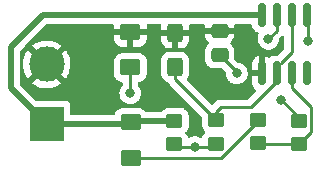
<source format=gbr>
%TF.GenerationSoftware,KiCad,Pcbnew,(6.0.10)*%
%TF.CreationDate,2023-02-16T14:22:03-08:00*%
%TF.ProjectId,Exercise 2,45786572-6369-4736-9520-322e6b696361,rev?*%
%TF.SameCoordinates,Original*%
%TF.FileFunction,Copper,L1,Top*%
%TF.FilePolarity,Positive*%
%FSLAX46Y46*%
G04 Gerber Fmt 4.6, Leading zero omitted, Abs format (unit mm)*
G04 Created by KiCad (PCBNEW (6.0.10)) date 2023-02-16 14:22:03*
%MOMM*%
%LPD*%
G01*
G04 APERTURE LIST*
G04 Aperture macros list*
%AMRoundRect*
0 Rectangle with rounded corners*
0 $1 Rounding radius*
0 $2 $3 $4 $5 $6 $7 $8 $9 X,Y pos of 4 corners*
0 Add a 4 corners polygon primitive as box body*
4,1,4,$2,$3,$4,$5,$6,$7,$8,$9,$2,$3,0*
0 Add four circle primitives for the rounded corners*
1,1,$1+$1,$2,$3*
1,1,$1+$1,$4,$5*
1,1,$1+$1,$6,$7*
1,1,$1+$1,$8,$9*
0 Add four rect primitives between the rounded corners*
20,1,$1+$1,$2,$3,$4,$5,0*
20,1,$1+$1,$4,$5,$6,$7,0*
20,1,$1+$1,$6,$7,$8,$9,0*
20,1,$1+$1,$8,$9,$2,$3,0*%
G04 Aperture macros list end*
%TA.AperFunction,SMDPad,CuDef*%
%ADD10RoundRect,0.250001X0.624999X-0.462499X0.624999X0.462499X-0.624999X0.462499X-0.624999X-0.462499X0*%
%TD*%
%TA.AperFunction,SMDPad,CuDef*%
%ADD11RoundRect,0.250000X-0.450000X0.350000X-0.450000X-0.350000X0.450000X-0.350000X0.450000X0.350000X0*%
%TD*%
%TA.AperFunction,SMDPad,CuDef*%
%ADD12RoundRect,0.250001X-0.624999X0.462499X-0.624999X-0.462499X0.624999X-0.462499X0.624999X0.462499X0*%
%TD*%
%TA.AperFunction,SMDPad,CuDef*%
%ADD13RoundRect,0.250000X0.475000X-0.337500X0.475000X0.337500X-0.475000X0.337500X-0.475000X-0.337500X0*%
%TD*%
%TA.AperFunction,SMDPad,CuDef*%
%ADD14RoundRect,0.150000X0.150000X-0.825000X0.150000X0.825000X-0.150000X0.825000X-0.150000X-0.825000X0*%
%TD*%
%TA.AperFunction,SMDPad,CuDef*%
%ADD15RoundRect,0.250000X0.450000X-0.350000X0.450000X0.350000X-0.450000X0.350000X-0.450000X-0.350000X0*%
%TD*%
%TA.AperFunction,SMDPad,CuDef*%
%ADD16RoundRect,0.250000X0.425000X-0.537500X0.425000X0.537500X-0.425000X0.537500X-0.425000X-0.537500X0*%
%TD*%
%TA.AperFunction,ComponentPad*%
%ADD17R,3.000000X3.000000*%
%TD*%
%TA.AperFunction,ComponentPad*%
%ADD18C,3.000000*%
%TD*%
%TA.AperFunction,ViaPad*%
%ADD19C,0.800000*%
%TD*%
%TA.AperFunction,Conductor*%
%ADD20C,0.250000*%
%TD*%
%TA.AperFunction,Conductor*%
%ADD21C,0.500000*%
%TD*%
G04 APERTURE END LIST*
D10*
%TO.P,D1,1,K*%
%TO.N,Net-(D1-Pad1)*%
X190507363Y-85535093D03*
%TO.P,D1,2,A*%
%TO.N,+9V*%
X190507363Y-82560093D03*
%TD*%
D11*
%TO.P,R3,1*%
%TO.N,Net-(D1-Pad1)*%
X201263703Y-82344649D03*
%TO.P,R3,2*%
%TO.N,/pin_3*%
X201263703Y-84344649D03*
%TD*%
D12*
%TO.P,D2,1,K*%
%TO.N,GND*%
X190479835Y-74934655D03*
%TO.P,D2,2,A*%
%TO.N,Net-(D2-Pad2)*%
X190479835Y-77909655D03*
%TD*%
D13*
%TO.P,C2,1*%
%TO.N,Net-(C2-Pad1)*%
X198042851Y-76866826D03*
%TO.P,C2,2*%
%TO.N,GND*%
X198042851Y-74791826D03*
%TD*%
D14*
%TO.P,U1,1,GND*%
%TO.N,GND*%
X201588524Y-78414441D03*
%TO.P,U1,2,TR*%
%TO.N,/pin_2*%
X202858524Y-78414441D03*
%TO.P,U1,3,Q*%
%TO.N,/pin_3*%
X204128524Y-78414441D03*
%TO.P,U1,4,R*%
%TO.N,/9V*%
X205398524Y-78414441D03*
%TO.P,U1,5,CV*%
%TO.N,Net-(C2-Pad1)*%
X205398524Y-73464441D03*
%TO.P,U1,6,THR*%
%TO.N,/pin_2*%
X204128524Y-73464441D03*
%TO.P,U1,7,DIS*%
%TO.N,Net-(R1-Pad2)*%
X202858524Y-73464441D03*
%TO.P,U1,8,VCC*%
%TO.N,+9V*%
X201588524Y-73464441D03*
%TD*%
D15*
%TO.P,R4,1*%
%TO.N,/pin_3*%
X204732314Y-84427235D03*
%TO.P,R4,2*%
%TO.N,Net-(D2-Pad2)*%
X204732314Y-82427235D03*
%TD*%
D11*
%TO.P,R1,1*%
%TO.N,+9V*%
X194216368Y-82427235D03*
%TO.P,R1,2*%
%TO.N,Net-(R1-Pad2)*%
X194216368Y-84427235D03*
%TD*%
D15*
%TO.P,R2,1*%
%TO.N,Net-(R1-Pad2)*%
X197740036Y-84372177D03*
%TO.P,R2,2*%
%TO.N,/pin_2*%
X197740036Y-82372177D03*
%TD*%
D16*
%TO.P,C1,1*%
%TO.N,/pin_2*%
X194278790Y-77872547D03*
%TO.P,C1,2*%
%TO.N,GND*%
X194278790Y-74997547D03*
%TD*%
D17*
%TO.P,J1,1,Pin_1*%
%TO.N,+9V*%
X183397607Y-82726217D03*
D18*
%TO.P,J1,2,Pin_2*%
%TO.N,GND*%
X183397607Y-77646217D03*
%TD*%
D19*
%TO.N,Net-(C2-Pad1)*%
X199501330Y-78403381D03*
X205484683Y-75680797D03*
%TO.N,Net-(D2-Pad2)*%
X203266848Y-80660230D03*
X190470555Y-80093605D03*
%TO.N,Net-(R1-Pad2)*%
X202160598Y-75490849D03*
X195955640Y-84639998D03*
%TD*%
D20*
%TO.N,/pin_2*%
X197740036Y-82372177D02*
X197740036Y-81659964D01*
X202858524Y-79081476D02*
X202858524Y-78414441D01*
X198120000Y-81280000D02*
X200660000Y-81280000D01*
X204128524Y-73464441D02*
X204128524Y-76610914D01*
X197740036Y-82372177D02*
X194278790Y-78910931D01*
X200660000Y-81280000D02*
X202858524Y-79081476D01*
X197740036Y-81659964D02*
X198120000Y-81280000D01*
X204128524Y-76610914D02*
X203199999Y-77539439D01*
X194278790Y-78910931D02*
X194278790Y-77872547D01*
%TO.N,GND*%
X197837130Y-74997547D02*
X198042851Y-74791826D01*
X190479835Y-74934655D02*
X190542727Y-74997547D01*
X201588524Y-78337499D02*
X201588524Y-78414441D01*
%TO.N,Net-(C2-Pad1)*%
X205484683Y-75680797D02*
X205484683Y-73550600D01*
X199501330Y-78403381D02*
X199501330Y-78325305D01*
X199501330Y-78325305D02*
X198042851Y-76866826D01*
X205484683Y-73550600D02*
X205398524Y-73464441D01*
%TO.N,Net-(D1-Pad1)*%
X198190293Y-85535093D02*
X190507363Y-85535093D01*
X201263703Y-82461683D02*
X198190293Y-85535093D01*
X201263703Y-82344649D02*
X201263703Y-82461683D01*
%TO.N,+9V*%
X190640221Y-82427235D02*
X190507363Y-82560093D01*
D21*
X180340000Y-76200000D02*
X180340000Y-79668610D01*
D20*
X190507363Y-82560093D02*
X190341239Y-82726217D01*
D21*
X194216368Y-82427235D02*
X190640221Y-82427235D01*
X201588524Y-73464441D02*
X183075559Y-73464441D01*
X190341239Y-82726217D02*
X183397607Y-82726217D01*
X183075559Y-73464441D02*
X180340000Y-76200000D01*
X180340000Y-79668610D02*
X183397607Y-82726217D01*
D20*
%TO.N,Net-(D2-Pad2)*%
X204732314Y-82125696D02*
X203266848Y-80660230D01*
X190470555Y-80093605D02*
X190470555Y-77918935D01*
X204732314Y-82427235D02*
X204732314Y-82125696D01*
X190470555Y-77918935D02*
X190479835Y-77909655D01*
%TO.N,Net-(R1-Pad2)*%
X197472215Y-84639998D02*
X197740036Y-84372177D01*
X202858524Y-74792923D02*
X202858524Y-73464441D01*
X202160598Y-75490849D02*
X202858524Y-74792923D01*
X194429131Y-84639998D02*
X194216368Y-84427235D01*
X195955640Y-84639998D02*
X197472215Y-84639998D01*
X195955640Y-84639998D02*
X194429131Y-84639998D01*
%TO.N,/pin_3*%
X201346289Y-84427235D02*
X204732314Y-84427235D01*
X201263703Y-84344649D02*
X201346289Y-84427235D01*
X204128524Y-78414441D02*
X204128524Y-79668524D01*
X205757314Y-81297314D02*
X205757314Y-83402235D01*
X204128524Y-79668524D02*
X205757314Y-81297314D01*
X205757314Y-83402235D02*
X204732314Y-84427235D01*
%TD*%
%TA.AperFunction,Conductor*%
%TO.N,GND*%
G36*
X189045760Y-74242943D02*
G01*
X189092253Y-74296599D01*
X189102983Y-74361782D01*
X189097163Y-74418591D01*
X189096835Y-74425011D01*
X189096835Y-74662540D01*
X189101310Y-74677779D01*
X189102700Y-74678984D01*
X189110383Y-74680655D01*
X191844720Y-74680655D01*
X191859959Y-74676180D01*
X191861164Y-74674790D01*
X191862835Y-74667107D01*
X191862835Y-74425059D01*
X191862498Y-74418544D01*
X191856625Y-74361946D01*
X191869489Y-74292124D01*
X191918060Y-74240342D01*
X191981952Y-74222941D01*
X192975354Y-74222941D01*
X193043475Y-74242943D01*
X193089968Y-74296599D01*
X193100698Y-74361784D01*
X193096118Y-74406487D01*
X193095790Y-74412902D01*
X193095790Y-74725432D01*
X193100265Y-74740671D01*
X193101655Y-74741876D01*
X193109338Y-74743547D01*
X195443674Y-74743547D01*
X195458913Y-74739072D01*
X195460118Y-74737682D01*
X195461789Y-74729999D01*
X195461789Y-74412952D01*
X195461451Y-74406431D01*
X195456836Y-74361943D01*
X195469701Y-74292122D01*
X195518273Y-74240341D01*
X195582163Y-74222941D01*
X196688829Y-74222941D01*
X196756950Y-74242943D01*
X196803443Y-74296599D01*
X196814173Y-74361784D01*
X196810179Y-74400766D01*
X196809851Y-74407181D01*
X196809851Y-74519711D01*
X196814326Y-74534950D01*
X196815716Y-74536155D01*
X196823399Y-74537826D01*
X199257735Y-74537826D01*
X199272974Y-74533351D01*
X199274179Y-74531961D01*
X199275850Y-74524278D01*
X199275850Y-74407231D01*
X199275513Y-74400714D01*
X199271490Y-74361945D01*
X199284355Y-74292124D01*
X199332925Y-74240341D01*
X199396817Y-74222941D01*
X200654024Y-74222941D01*
X200722145Y-74242943D01*
X200768638Y-74296599D01*
X200780024Y-74348941D01*
X200780024Y-74355943D01*
X200780217Y-74358391D01*
X200780217Y-74358399D01*
X200780484Y-74361784D01*
X200782962Y-74393272D01*
X200788665Y-74412902D01*
X200819696Y-74519711D01*
X200829379Y-74553042D01*
X200833416Y-74559868D01*
X200910033Y-74689421D01*
X200910035Y-74689424D01*
X200914071Y-74696248D01*
X201031717Y-74813894D01*
X201038541Y-74817930D01*
X201038544Y-74817932D01*
X201131580Y-74872953D01*
X201174923Y-74898586D01*
X201259169Y-74923061D01*
X201319004Y-74961273D01*
X201348682Y-75025769D01*
X201338779Y-75096072D01*
X201333141Y-75107048D01*
X201326071Y-75119293D01*
X201267056Y-75300921D01*
X201266366Y-75307482D01*
X201266366Y-75307484D01*
X201265521Y-75315526D01*
X201247094Y-75490849D01*
X201247784Y-75497414D01*
X201263514Y-75647073D01*
X201267056Y-75680777D01*
X201326071Y-75862405D01*
X201329374Y-75868127D01*
X201329375Y-75868128D01*
X201333530Y-75875325D01*
X201421558Y-76027793D01*
X201425976Y-76032700D01*
X201425977Y-76032701D01*
X201535932Y-76154818D01*
X201549345Y-76169715D01*
X201703846Y-76281967D01*
X201709874Y-76284651D01*
X201709876Y-76284652D01*
X201872279Y-76356958D01*
X201878310Y-76359643D01*
X201948042Y-76374465D01*
X202058654Y-76397977D01*
X202058659Y-76397977D01*
X202065111Y-76399349D01*
X202256085Y-76399349D01*
X202262537Y-76397977D01*
X202262542Y-76397977D01*
X202373154Y-76374465D01*
X202442886Y-76359643D01*
X202448917Y-76356958D01*
X202611320Y-76284652D01*
X202611322Y-76284651D01*
X202617350Y-76281967D01*
X202771851Y-76169715D01*
X202785264Y-76154818D01*
X202895219Y-76032701D01*
X202895220Y-76032700D01*
X202899638Y-76027793D01*
X202987666Y-75875325D01*
X202991821Y-75868128D01*
X202991822Y-75868127D01*
X202995125Y-75862405D01*
X203054140Y-75680777D01*
X203057683Y-75647073D01*
X203064507Y-75582142D01*
X203071505Y-75515555D01*
X203098518Y-75449899D01*
X203107720Y-75439631D01*
X203250771Y-75296580D01*
X203259061Y-75289036D01*
X203265542Y-75284923D01*
X203271544Y-75278532D01*
X203277173Y-75272537D01*
X203338386Y-75236571D01*
X203409326Y-75239408D01*
X203467470Y-75280148D01*
X203494359Y-75345856D01*
X203495024Y-75358789D01*
X203495024Y-76296319D01*
X203475022Y-76364440D01*
X203458119Y-76385415D01*
X202949496Y-76894037D01*
X202887184Y-76928062D01*
X202860401Y-76930941D01*
X202642022Y-76930941D01*
X202639574Y-76931134D01*
X202639566Y-76931134D01*
X202611103Y-76933374D01*
X202611098Y-76933375D01*
X202604693Y-76933879D01*
X202540382Y-76952563D01*
X202452536Y-76978084D01*
X202452534Y-76978085D01*
X202444923Y-76980296D01*
X202301717Y-77064988D01*
X202298777Y-77067928D01*
X202234253Y-77093262D01*
X202164630Y-77079361D01*
X202145884Y-77067312D01*
X202138201Y-77061352D01*
X202008745Y-76984793D01*
X201994314Y-76978548D01*
X201859919Y-76939502D01*
X201845818Y-76939542D01*
X201842524Y-76946811D01*
X201842524Y-78542441D01*
X201822522Y-78610562D01*
X201768866Y-78657055D01*
X201716524Y-78668441D01*
X200798640Y-78668441D01*
X200783401Y-78672916D01*
X200782196Y-78674306D01*
X200780525Y-78681989D01*
X200780525Y-79303425D01*
X200780719Y-79308361D01*
X200782954Y-79336777D01*
X200785254Y-79349372D01*
X200827631Y-79495231D01*
X200833876Y-79509662D01*
X200910435Y-79639119D01*
X200920075Y-79651545D01*
X201026420Y-79757890D01*
X201038844Y-79767528D01*
X201048404Y-79773181D01*
X201096858Y-79825073D01*
X201109566Y-79894923D01*
X201082492Y-79960555D01*
X201073363Y-79970732D01*
X200434500Y-80609595D01*
X200372188Y-80643621D01*
X200345405Y-80646500D01*
X198198767Y-80646500D01*
X198187584Y-80645973D01*
X198180091Y-80644298D01*
X198172165Y-80644547D01*
X198172164Y-80644547D01*
X198112014Y-80646438D01*
X198108055Y-80646500D01*
X198080144Y-80646500D01*
X198076210Y-80646997D01*
X198076209Y-80646997D01*
X198076144Y-80647005D01*
X198064307Y-80647938D01*
X198032490Y-80648938D01*
X198028029Y-80649078D01*
X198020110Y-80649327D01*
X198010138Y-80652224D01*
X198000658Y-80654978D01*
X197981306Y-80658986D01*
X197974235Y-80659880D01*
X197961203Y-80661526D01*
X197953834Y-80664443D01*
X197953832Y-80664444D01*
X197920097Y-80677800D01*
X197908869Y-80681645D01*
X197866407Y-80693982D01*
X197859585Y-80698016D01*
X197859579Y-80698019D01*
X197848968Y-80704294D01*
X197831218Y-80712990D01*
X197819756Y-80717528D01*
X197819751Y-80717531D01*
X197812383Y-80720448D01*
X197794970Y-80733099D01*
X197776625Y-80746427D01*
X197766707Y-80752943D01*
X197751097Y-80762175D01*
X197728637Y-80775458D01*
X197714313Y-80789782D01*
X197699281Y-80802621D01*
X197682893Y-80814528D01*
X197668422Y-80832021D01*
X197654712Y-80848593D01*
X197646722Y-80857373D01*
X197473024Y-81031071D01*
X197410712Y-81065097D01*
X197339897Y-81060032D01*
X197294834Y-81031071D01*
X195312904Y-79049141D01*
X195278878Y-78986829D01*
X195283943Y-78916014D01*
X195301344Y-78885104D01*
X195303095Y-78883350D01*
X195311692Y-78869404D01*
X195392065Y-78739015D01*
X195392066Y-78739013D01*
X195395905Y-78732785D01*
X195451587Y-78564908D01*
X195462290Y-78460447D01*
X195462290Y-77284647D01*
X195459523Y-77257976D01*
X195459186Y-77254726D01*
X196809351Y-77254726D01*
X196809688Y-77257972D01*
X196809688Y-77257976D01*
X196817520Y-77333453D01*
X196820325Y-77360492D01*
X196822506Y-77367028D01*
X196822506Y-77367030D01*
X196833513Y-77400021D01*
X196876301Y-77528272D01*
X196969373Y-77678674D01*
X197094548Y-77803631D01*
X197100778Y-77807471D01*
X197100779Y-77807472D01*
X197196438Y-77866437D01*
X197245113Y-77896441D01*
X197324856Y-77922890D01*
X197406462Y-77949958D01*
X197406464Y-77949958D01*
X197412990Y-77952123D01*
X197419826Y-77952823D01*
X197419829Y-77952824D01*
X197458579Y-77956794D01*
X197517451Y-77962826D01*
X198190756Y-77962826D01*
X198258877Y-77982828D01*
X198279852Y-77999731D01*
X198554429Y-78274309D01*
X198588454Y-78336621D01*
X198590643Y-78376572D01*
X198588516Y-78396813D01*
X198587826Y-78403381D01*
X198588516Y-78409946D01*
X198602442Y-78542441D01*
X198607788Y-78593309D01*
X198666803Y-78774937D01*
X198762290Y-78940325D01*
X198766708Y-78945232D01*
X198766709Y-78945233D01*
X198860268Y-79049141D01*
X198890077Y-79082247D01*
X198942938Y-79120653D01*
X199039066Y-79190494D01*
X199044578Y-79194499D01*
X199050606Y-79197183D01*
X199050608Y-79197184D01*
X199201215Y-79264238D01*
X199219042Y-79272175D01*
X199312443Y-79292028D01*
X199399386Y-79310509D01*
X199399391Y-79310509D01*
X199405843Y-79311881D01*
X199596817Y-79311881D01*
X199603269Y-79310509D01*
X199603274Y-79310509D01*
X199690217Y-79292028D01*
X199783618Y-79272175D01*
X199801445Y-79264238D01*
X199952052Y-79197184D01*
X199952054Y-79197183D01*
X199958082Y-79194499D01*
X199963595Y-79190494D01*
X200059722Y-79120653D01*
X200112583Y-79082247D01*
X200142392Y-79049141D01*
X200235951Y-78945233D01*
X200235952Y-78945232D01*
X200240370Y-78940325D01*
X200335857Y-78774937D01*
X200394872Y-78593309D01*
X200400219Y-78542441D01*
X200414144Y-78409946D01*
X200414834Y-78403381D01*
X200396818Y-78231967D01*
X200395562Y-78220016D01*
X200395562Y-78220014D01*
X200394872Y-78213453D01*
X200371761Y-78142326D01*
X200780524Y-78142326D01*
X200784999Y-78157565D01*
X200786389Y-78158770D01*
X200794072Y-78160441D01*
X201316409Y-78160441D01*
X201331648Y-78155966D01*
X201332853Y-78154576D01*
X201334524Y-78146893D01*
X201334524Y-76952563D01*
X201330551Y-76939032D01*
X201322653Y-76937897D01*
X201182734Y-76978548D01*
X201168303Y-76984793D01*
X201038846Y-77061352D01*
X201026420Y-77070992D01*
X200920075Y-77177337D01*
X200910435Y-77189763D01*
X200833876Y-77319220D01*
X200827631Y-77333651D01*
X200785255Y-77479506D01*
X200782954Y-77492108D01*
X200780717Y-77520525D01*
X200780524Y-77525455D01*
X200780524Y-78142326D01*
X200371761Y-78142326D01*
X200335857Y-78031825D01*
X200317328Y-77999731D01*
X200243671Y-77872155D01*
X200240370Y-77866437D01*
X200112583Y-77724515D01*
X199981698Y-77629421D01*
X199963424Y-77616144D01*
X199963423Y-77616143D01*
X199958082Y-77612263D01*
X199952054Y-77609579D01*
X199952052Y-77609578D01*
X199789649Y-77537272D01*
X199789648Y-77537272D01*
X199783618Y-77534587D01*
X199596817Y-77494881D01*
X199597377Y-77492245D01*
X199542784Y-77469788D01*
X199532510Y-77460581D01*
X199313256Y-77241327D01*
X199279230Y-77179015D01*
X199276351Y-77152232D01*
X199276351Y-76478926D01*
X199275221Y-76468034D01*
X199266089Y-76380018D01*
X199266088Y-76380014D01*
X199265377Y-76373160D01*
X199260868Y-76359643D01*
X199211719Y-76212328D01*
X199209401Y-76205380D01*
X199116329Y-76054978D01*
X198991154Y-75930021D01*
X198986616Y-75927224D01*
X198946027Y-75869973D01*
X198942797Y-75799050D01*
X198978423Y-75737639D01*
X198986919Y-75730264D01*
X198997058Y-75722228D01*
X199111590Y-75607497D01*
X199120602Y-75596086D01*
X199205667Y-75458083D01*
X199211814Y-75444902D01*
X199262989Y-75290616D01*
X199265856Y-75277240D01*
X199275523Y-75182888D01*
X199275851Y-75176472D01*
X199275851Y-75063941D01*
X199271376Y-75048702D01*
X199269986Y-75047497D01*
X199262303Y-75045826D01*
X196827967Y-75045826D01*
X196812728Y-75050301D01*
X196811523Y-75051691D01*
X196809852Y-75059374D01*
X196809852Y-75176421D01*
X196810189Y-75182940D01*
X196820108Y-75278532D01*
X196823000Y-75291926D01*
X196874439Y-75446110D01*
X196880612Y-75459288D01*
X196965914Y-75597133D01*
X196974950Y-75608534D01*
X197089679Y-75723064D01*
X197098613Y-75730120D01*
X197139674Y-75788038D01*
X197142904Y-75858961D01*
X197107277Y-75920372D01*
X197099444Y-75927172D01*
X197093503Y-75930848D01*
X196968546Y-76056023D01*
X196964706Y-76062253D01*
X196964705Y-76062254D01*
X196907648Y-76154818D01*
X196875736Y-76206588D01*
X196853068Y-76274931D01*
X196823676Y-76363546D01*
X196820054Y-76374465D01*
X196809351Y-76478926D01*
X196809351Y-77254726D01*
X195459186Y-77254726D01*
X195452028Y-77185739D01*
X195452027Y-77185735D01*
X195451316Y-77178881D01*
X195428056Y-77109161D01*
X195397658Y-77018049D01*
X195395340Y-77011101D01*
X195302268Y-76860699D01*
X195177093Y-76735742D01*
X195170862Y-76731901D01*
X195032758Y-76646772D01*
X195032756Y-76646771D01*
X195026528Y-76642932D01*
X194866044Y-76589702D01*
X194865179Y-76589415D01*
X194865177Y-76589415D01*
X194858651Y-76587250D01*
X194851815Y-76586550D01*
X194851812Y-76586549D01*
X194808660Y-76582128D01*
X194754190Y-76576547D01*
X193803390Y-76576547D01*
X193800144Y-76576884D01*
X193800140Y-76576884D01*
X193704482Y-76586809D01*
X193704478Y-76586810D01*
X193697624Y-76587521D01*
X193691088Y-76589702D01*
X193691086Y-76589702D01*
X193591044Y-76623079D01*
X193529844Y-76643497D01*
X193379442Y-76736569D01*
X193254485Y-76861744D01*
X193250645Y-76867974D01*
X193250644Y-76867975D01*
X193178922Y-76984330D01*
X193161675Y-77012309D01*
X193105993Y-77180186D01*
X193105293Y-77187022D01*
X193105292Y-77187025D01*
X193103510Y-77204422D01*
X193095290Y-77284647D01*
X193095290Y-78460447D01*
X193095627Y-78463693D01*
X193095627Y-78463697D01*
X193103011Y-78534858D01*
X193106264Y-78566213D01*
X193162240Y-78733993D01*
X193255312Y-78884395D01*
X193380487Y-79009352D01*
X193531052Y-79102162D01*
X193616956Y-79130655D01*
X193638811Y-79137904D01*
X193697170Y-79178335D01*
X193712334Y-79204325D01*
X193712503Y-79204232D01*
X193716139Y-79210846D01*
X193716294Y-79211112D01*
X193719238Y-79218548D01*
X193723900Y-79224964D01*
X193723900Y-79224965D01*
X193745226Y-79254318D01*
X193751742Y-79264238D01*
X193774248Y-79302293D01*
X193788569Y-79316614D01*
X193801409Y-79331647D01*
X193813318Y-79348038D01*
X193847395Y-79376229D01*
X193856174Y-79384219D01*
X196494631Y-82022677D01*
X196528657Y-82084989D01*
X196531536Y-82111772D01*
X196531536Y-82772577D01*
X196531873Y-82775823D01*
X196531873Y-82775827D01*
X196540196Y-82856038D01*
X196542510Y-82878343D01*
X196598486Y-83046123D01*
X196691558Y-83196525D01*
X196696740Y-83201698D01*
X196778145Y-83282961D01*
X196812224Y-83345243D01*
X196807221Y-83416063D01*
X196778300Y-83461152D01*
X196719254Y-83520301D01*
X196690731Y-83548874D01*
X196686891Y-83555104D01*
X196686890Y-83555105D01*
X196605775Y-83686698D01*
X196597921Y-83699439D01*
X196583843Y-83741885D01*
X196574645Y-83769615D01*
X196534215Y-83827975D01*
X196468651Y-83855213D01*
X196403803Y-83845056D01*
X196243959Y-83773889D01*
X196243958Y-83773889D01*
X196237928Y-83771204D01*
X196130019Y-83748267D01*
X196057584Y-83732870D01*
X196057579Y-83732870D01*
X196051127Y-83731498D01*
X195860153Y-83731498D01*
X195853701Y-83732870D01*
X195853696Y-83732870D01*
X195781261Y-83748267D01*
X195673352Y-83771204D01*
X195667322Y-83773889D01*
X195667321Y-83773889D01*
X195651141Y-83781093D01*
X195530750Y-83834694D01*
X195460384Y-83844128D01*
X195396087Y-83814022D01*
X195364513Y-83766316D01*
X195363341Y-83766865D01*
X195360237Y-83760239D01*
X195357918Y-83753289D01*
X195264846Y-83602887D01*
X195178259Y-83516451D01*
X195144180Y-83454169D01*
X195149183Y-83383349D01*
X195178104Y-83338260D01*
X195260502Y-83255718D01*
X195265673Y-83250538D01*
X195272401Y-83239623D01*
X195354643Y-83106203D01*
X195354644Y-83106201D01*
X195358483Y-83099973D01*
X195414165Y-82932096D01*
X195424868Y-82827635D01*
X195424868Y-82026835D01*
X195424437Y-82022677D01*
X195414606Y-81927927D01*
X195414605Y-81927923D01*
X195413894Y-81921069D01*
X195392084Y-81855695D01*
X195365113Y-81774855D01*
X195357918Y-81753289D01*
X195264846Y-81602887D01*
X195139671Y-81477930D01*
X195029305Y-81409899D01*
X194995336Y-81388960D01*
X194995334Y-81388959D01*
X194989106Y-81385120D01*
X194905547Y-81357405D01*
X194827757Y-81331603D01*
X194827755Y-81331603D01*
X194821229Y-81329438D01*
X194814393Y-81328738D01*
X194814390Y-81328737D01*
X194771337Y-81324326D01*
X194716768Y-81318735D01*
X193715968Y-81318735D01*
X193712722Y-81319072D01*
X193712718Y-81319072D01*
X193617060Y-81328997D01*
X193617056Y-81328998D01*
X193610202Y-81329709D01*
X193603666Y-81331890D01*
X193603664Y-81331890D01*
X193527187Y-81357405D01*
X193442422Y-81385685D01*
X193292020Y-81478757D01*
X193167063Y-81603932D01*
X193163222Y-81610163D01*
X193158685Y-81615908D01*
X193157355Y-81614858D01*
X193111261Y-81656343D01*
X193056771Y-81668735D01*
X191826725Y-81668735D01*
X191758604Y-81648733D01*
X191731328Y-81624031D01*
X191730841Y-81623245D01*
X191710448Y-81602887D01*
X191610846Y-81503459D01*
X191605666Y-81498288D01*
X191573981Y-81478757D01*
X191461331Y-81409318D01*
X191461329Y-81409317D01*
X191455101Y-81405478D01*
X191339865Y-81367256D01*
X191293752Y-81351961D01*
X191293750Y-81351961D01*
X191287224Y-81349796D01*
X191280388Y-81349096D01*
X191280385Y-81349095D01*
X191237332Y-81344684D01*
X191182763Y-81339093D01*
X189831963Y-81339093D01*
X189828717Y-81339430D01*
X189828713Y-81339430D01*
X189733056Y-81349355D01*
X189733052Y-81349356D01*
X189726198Y-81350067D01*
X189719662Y-81352248D01*
X189719660Y-81352248D01*
X189590487Y-81395344D01*
X189558418Y-81406043D01*
X189408015Y-81499115D01*
X189283058Y-81624290D01*
X189279218Y-81630520D01*
X189279217Y-81630521D01*
X189199259Y-81760237D01*
X189190248Y-81774855D01*
X189185093Y-81790398D01*
X189154914Y-81881384D01*
X189114483Y-81939744D01*
X189048919Y-81966981D01*
X189035321Y-81967717D01*
X185532107Y-81967717D01*
X185463986Y-81947715D01*
X185417493Y-81894059D01*
X185406107Y-81841717D01*
X185406107Y-81178083D01*
X185399352Y-81115901D01*
X185348222Y-80979512D01*
X185260868Y-80862956D01*
X185144312Y-80775602D01*
X185007923Y-80724472D01*
X184945741Y-80717717D01*
X182513978Y-80717717D01*
X182445857Y-80697715D01*
X182424883Y-80680812D01*
X181135405Y-79391334D01*
X181101379Y-79329022D01*
X181098500Y-79302239D01*
X181098500Y-79235871D01*
X182173225Y-79235871D01*
X182180280Y-79245844D01*
X182211286Y-79271768D01*
X182218205Y-79276796D01*
X182442879Y-79417732D01*
X182450414Y-79421773D01*
X182692127Y-79530911D01*
X182700158Y-79533897D01*
X182954439Y-79609219D01*
X182962791Y-79611086D01*
X183224947Y-79651201D01*
X183233481Y-79651917D01*
X183498652Y-79656084D01*
X183507203Y-79655635D01*
X183770490Y-79623774D01*
X183778891Y-79622172D01*
X184035431Y-79554870D01*
X184043533Y-79552143D01*
X184288556Y-79450651D01*
X184296224Y-79446845D01*
X184525205Y-79313039D01*
X184532286Y-79308226D01*
X184612262Y-79245518D01*
X184620732Y-79233659D01*
X184614215Y-79222035D01*
X183410419Y-78018239D01*
X183396475Y-78010625D01*
X183394642Y-78010756D01*
X183388027Y-78015007D01*
X182180517Y-79222517D01*
X182173225Y-79235871D01*
X181098500Y-79235871D01*
X181098500Y-77629421D01*
X181385272Y-77629421D01*
X181400539Y-77894186D01*
X181401612Y-77902687D01*
X181452672Y-78162939D01*
X181454883Y-78171191D01*
X181540791Y-78422111D01*
X181544106Y-78429996D01*
X181663271Y-78666930D01*
X181667627Y-78674296D01*
X181796954Y-78862467D01*
X181807208Y-78870811D01*
X181820949Y-78863665D01*
X183025585Y-77659029D01*
X183031963Y-77647349D01*
X183762015Y-77647349D01*
X183762146Y-77649182D01*
X183766397Y-77655797D01*
X184973337Y-78862737D01*
X184985546Y-78869404D01*
X184997046Y-78860714D01*
X185094438Y-78728130D01*
X185099025Y-78720902D01*
X185225569Y-78487838D01*
X185229137Y-78480044D01*
X185250860Y-78422555D01*
X189096335Y-78422555D01*
X189096672Y-78425801D01*
X189096672Y-78425805D01*
X189103109Y-78487838D01*
X189107309Y-78528320D01*
X189109490Y-78534856D01*
X189109490Y-78534858D01*
X189134747Y-78610562D01*
X189163285Y-78696100D01*
X189256357Y-78846503D01*
X189381532Y-78971460D01*
X189387762Y-78975300D01*
X189387763Y-78975301D01*
X189524925Y-79059849D01*
X189532097Y-79064270D01*
X189598003Y-79086130D01*
X189693446Y-79117787D01*
X189693448Y-79117787D01*
X189699974Y-79119952D01*
X189706814Y-79120653D01*
X189706815Y-79120653D01*
X189723896Y-79122403D01*
X189789624Y-79149244D01*
X189830406Y-79207358D01*
X189837055Y-79247747D01*
X189837055Y-79391081D01*
X189817053Y-79459202D01*
X189804697Y-79475384D01*
X189731515Y-79556661D01*
X189728214Y-79562379D01*
X189651860Y-79694628D01*
X189636028Y-79722049D01*
X189577013Y-79903677D01*
X189557051Y-80093605D01*
X189557741Y-80100170D01*
X189564397Y-80163494D01*
X189577013Y-80283533D01*
X189636028Y-80465161D01*
X189731515Y-80630549D01*
X189735933Y-80635456D01*
X189735934Y-80635457D01*
X189841719Y-80752943D01*
X189859302Y-80772471D01*
X189900804Y-80802624D01*
X190002619Y-80876597D01*
X190013803Y-80884723D01*
X190019831Y-80887407D01*
X190019833Y-80887408D01*
X190158446Y-80949122D01*
X190188267Y-80962399D01*
X190268777Y-80979512D01*
X190368611Y-81000733D01*
X190368616Y-81000733D01*
X190375068Y-81002105D01*
X190566042Y-81002105D01*
X190572494Y-81000733D01*
X190572499Y-81000733D01*
X190672333Y-80979512D01*
X190752843Y-80962399D01*
X190782664Y-80949122D01*
X190921277Y-80887408D01*
X190921279Y-80887407D01*
X190927307Y-80884723D01*
X190938492Y-80876597D01*
X191040306Y-80802624D01*
X191081808Y-80772471D01*
X191099391Y-80752943D01*
X191205176Y-80635457D01*
X191205177Y-80635456D01*
X191209595Y-80630549D01*
X191305082Y-80465161D01*
X191364097Y-80283533D01*
X191376714Y-80163494D01*
X191383369Y-80100170D01*
X191384059Y-80093605D01*
X191364097Y-79903677D01*
X191305082Y-79722049D01*
X191289251Y-79694628D01*
X191212896Y-79562379D01*
X191209595Y-79556661D01*
X191136418Y-79475390D01*
X191105702Y-79411384D01*
X191104055Y-79391081D01*
X191104055Y-79249568D01*
X191124057Y-79181447D01*
X191177713Y-79134954D01*
X191217051Y-79124241D01*
X191222607Y-79123665D01*
X191254142Y-79120393D01*
X191254146Y-79120392D01*
X191261000Y-79119681D01*
X191267536Y-79117500D01*
X191267538Y-79117500D01*
X191399640Y-79073427D01*
X191428780Y-79063705D01*
X191579183Y-78970633D01*
X191704140Y-78845458D01*
X191769753Y-78739015D01*
X191793110Y-78701123D01*
X191793111Y-78701121D01*
X191796950Y-78694893D01*
X191832821Y-78586746D01*
X191850467Y-78533544D01*
X191850467Y-78533542D01*
X191852632Y-78527016D01*
X191863335Y-78422555D01*
X191863335Y-77396755D01*
X191861321Y-77377340D01*
X191853073Y-77297848D01*
X191853072Y-77297844D01*
X191852361Y-77290990D01*
X191849255Y-77281678D01*
X191798703Y-77130158D01*
X191796385Y-77123210D01*
X191703313Y-76972807D01*
X191578138Y-76847850D01*
X191539096Y-76823784D01*
X191433803Y-76758880D01*
X191433801Y-76758879D01*
X191427573Y-76755040D01*
X191267089Y-76701810D01*
X191266224Y-76701523D01*
X191266222Y-76701523D01*
X191259696Y-76699358D01*
X191252860Y-76698658D01*
X191252857Y-76698657D01*
X191209804Y-76694246D01*
X191155235Y-76688655D01*
X189804435Y-76688655D01*
X189801189Y-76688992D01*
X189801185Y-76688992D01*
X189705528Y-76698917D01*
X189705524Y-76698918D01*
X189698670Y-76699629D01*
X189692134Y-76701810D01*
X189692132Y-76701810D01*
X189601939Y-76731901D01*
X189530890Y-76755605D01*
X189380487Y-76848677D01*
X189255530Y-76973852D01*
X189251690Y-76980082D01*
X189251689Y-76980083D01*
X189231825Y-77012309D01*
X189162720Y-77124417D01*
X189160416Y-77131364D01*
X189110516Y-77281809D01*
X189107038Y-77292294D01*
X189096335Y-77396755D01*
X189096335Y-78422555D01*
X185250860Y-78422555D01*
X185322878Y-78231967D01*
X185325355Y-78223761D01*
X185384561Y-77965255D01*
X185385901Y-77956794D01*
X185409638Y-77690833D01*
X185409884Y-77685894D01*
X185410273Y-77648702D01*
X185410130Y-77643736D01*
X185391969Y-77377340D01*
X185390808Y-77368866D01*
X185337026Y-77109161D01*
X185334727Y-77100926D01*
X185246195Y-76850922D01*
X185242798Y-76843071D01*
X185121157Y-76607395D01*
X185116729Y-76600083D01*
X184997638Y-76430634D01*
X184987116Y-76422254D01*
X184973728Y-76429306D01*
X183769629Y-77633405D01*
X183762015Y-77647349D01*
X183031963Y-77647349D01*
X183033199Y-77645085D01*
X183033068Y-77643252D01*
X183028817Y-77636637D01*
X181821421Y-76429241D01*
X181809411Y-76422683D01*
X181797671Y-76431651D01*
X181689542Y-76582128D01*
X181685025Y-76589413D01*
X181560932Y-76823784D01*
X181557446Y-76831612D01*
X181466307Y-77080663D01*
X181463918Y-77088887D01*
X181407419Y-77348012D01*
X181406170Y-77356467D01*
X181385361Y-77620870D01*
X181385272Y-77629421D01*
X181098500Y-77629421D01*
X181098500Y-76566371D01*
X181118502Y-76498250D01*
X181135405Y-76477276D01*
X181553964Y-76058717D01*
X182174191Y-76058717D01*
X182180587Y-76069987D01*
X183384795Y-77274195D01*
X183398739Y-77281809D01*
X183400572Y-77281678D01*
X183407187Y-77277427D01*
X184614211Y-76070403D01*
X184621402Y-76057234D01*
X184614080Y-76046997D01*
X184566840Y-76008332D01*
X184559868Y-76003377D01*
X184333729Y-75864799D01*
X184326159Y-75860841D01*
X184083311Y-75754239D01*
X184075251Y-75751337D01*
X183820199Y-75678684D01*
X183811821Y-75676902D01*
X183549263Y-75639535D01*
X183540718Y-75638908D01*
X183275515Y-75637519D01*
X183266981Y-75638056D01*
X183004040Y-75672673D01*
X182995642Y-75674366D01*
X182739845Y-75744344D01*
X182731750Y-75747163D01*
X182487806Y-75851214D01*
X182480184Y-75855098D01*
X182252620Y-75991292D01*
X182245588Y-75996179D01*
X182182660Y-76046594D01*
X182174191Y-76058717D01*
X181553964Y-76058717D01*
X182168430Y-75444251D01*
X189096835Y-75444251D01*
X189097172Y-75450766D01*
X189107091Y-75546358D01*
X189109985Y-75559757D01*
X189161423Y-75713938D01*
X189167597Y-75727117D01*
X189252898Y-75864962D01*
X189261934Y-75876363D01*
X189376665Y-75990894D01*
X189388076Y-75999906D01*
X189526080Y-76084973D01*
X189539258Y-76091117D01*
X189693551Y-76142294D01*
X189706916Y-76145160D01*
X189801274Y-76154827D01*
X189807690Y-76155155D01*
X190207720Y-76155155D01*
X190222959Y-76150680D01*
X190224164Y-76149290D01*
X190225835Y-76141607D01*
X190225835Y-76137040D01*
X190733835Y-76137040D01*
X190738310Y-76152279D01*
X190739700Y-76153484D01*
X190747383Y-76155155D01*
X191151931Y-76155155D01*
X191158446Y-76154818D01*
X191254038Y-76144899D01*
X191267437Y-76142005D01*
X191421618Y-76090567D01*
X191434797Y-76084393D01*
X191572642Y-75999092D01*
X191584043Y-75990056D01*
X191698574Y-75875325D01*
X191707586Y-75863914D01*
X191792653Y-75725910D01*
X191798797Y-75712732D01*
X191842112Y-75582142D01*
X193095791Y-75582142D01*
X193096128Y-75588661D01*
X193106047Y-75684253D01*
X193108939Y-75697647D01*
X193160378Y-75851831D01*
X193166551Y-75865009D01*
X193251853Y-76002854D01*
X193260889Y-76014255D01*
X193375619Y-76128786D01*
X193387030Y-76137798D01*
X193525033Y-76222863D01*
X193538214Y-76229010D01*
X193692500Y-76280185D01*
X193705876Y-76283052D01*
X193800228Y-76292719D01*
X193806644Y-76293047D01*
X194006675Y-76293047D01*
X194021914Y-76288572D01*
X194023119Y-76287182D01*
X194024790Y-76279499D01*
X194024790Y-76274931D01*
X194532790Y-76274931D01*
X194537265Y-76290170D01*
X194538655Y-76291375D01*
X194546338Y-76293046D01*
X194750885Y-76293046D01*
X194757404Y-76292709D01*
X194852996Y-76282790D01*
X194866390Y-76279898D01*
X195020574Y-76228459D01*
X195033752Y-76222286D01*
X195171597Y-76136984D01*
X195182998Y-76127948D01*
X195297529Y-76013218D01*
X195306541Y-76001807D01*
X195391606Y-75863804D01*
X195397753Y-75850623D01*
X195448928Y-75696337D01*
X195451795Y-75682961D01*
X195461462Y-75588609D01*
X195461790Y-75582193D01*
X195461790Y-75269662D01*
X195457315Y-75254423D01*
X195455925Y-75253218D01*
X195448242Y-75251547D01*
X194550905Y-75251547D01*
X194535666Y-75256022D01*
X194534461Y-75257412D01*
X194532790Y-75265095D01*
X194532790Y-76274931D01*
X194024790Y-76274931D01*
X194024790Y-75269662D01*
X194020315Y-75254423D01*
X194018925Y-75253218D01*
X194011242Y-75251547D01*
X193113906Y-75251547D01*
X193098667Y-75256022D01*
X193097462Y-75257412D01*
X193095791Y-75265095D01*
X193095791Y-75582142D01*
X191842112Y-75582142D01*
X191849974Y-75558439D01*
X191852840Y-75545074D01*
X191862507Y-75450716D01*
X191862835Y-75444300D01*
X191862835Y-75206770D01*
X191858360Y-75191531D01*
X191856970Y-75190326D01*
X191849287Y-75188655D01*
X190751950Y-75188655D01*
X190736711Y-75193130D01*
X190735506Y-75194520D01*
X190733835Y-75202203D01*
X190733835Y-76137040D01*
X190225835Y-76137040D01*
X190225835Y-75206770D01*
X190221360Y-75191531D01*
X190219970Y-75190326D01*
X190212287Y-75188655D01*
X189114950Y-75188655D01*
X189099711Y-75193130D01*
X189098506Y-75194520D01*
X189096835Y-75202203D01*
X189096835Y-75444251D01*
X182168430Y-75444251D01*
X183352835Y-74259846D01*
X183415147Y-74225820D01*
X183441930Y-74222941D01*
X188977639Y-74222941D01*
X189045760Y-74242943D01*
G37*
%TD.AperFunction*%
%TD*%
M02*

</source>
